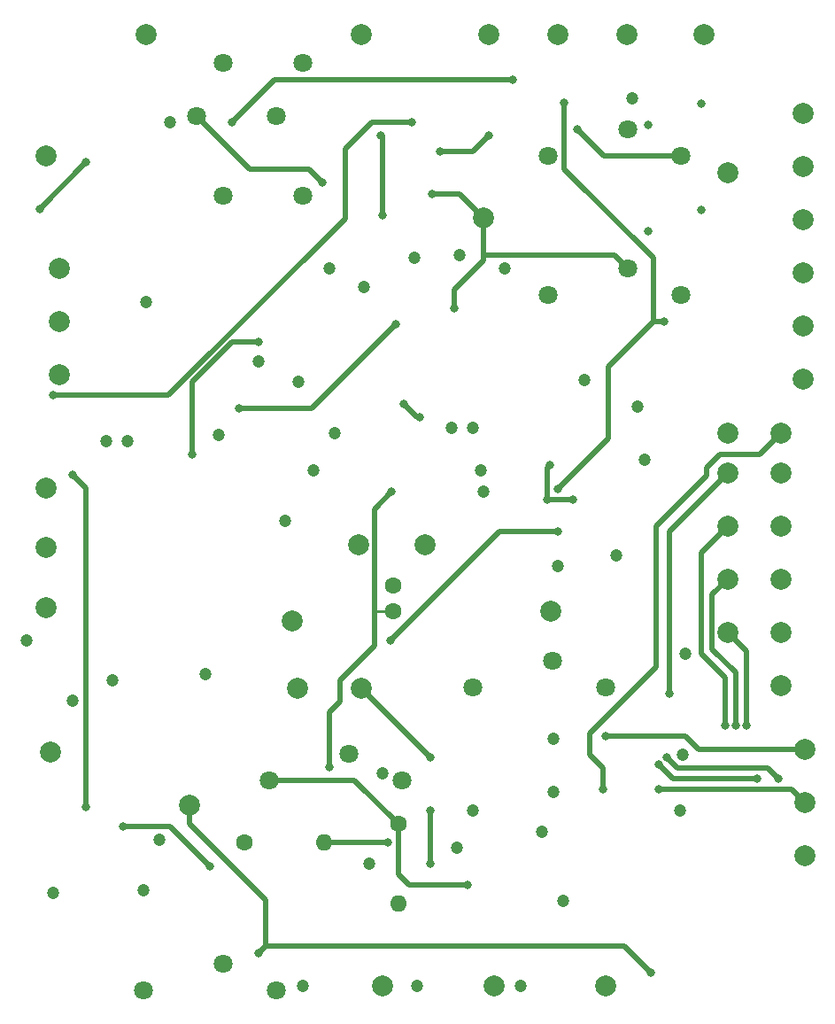
<source format=gbr>
%TF.GenerationSoftware,KiCad,Pcbnew,7.0.9-7.0.9~ubuntu23.04.1*%
%TF.CreationDate,2024-01-02T14:37:14+01:00*%
%TF.ProjectId,vco_1,76636f5f-312e-46b6-9963-61645f706362,rev?*%
%TF.SameCoordinates,Original*%
%TF.FileFunction,Copper,L4,Bot*%
%TF.FilePolarity,Positive*%
%FSLAX46Y46*%
G04 Gerber Fmt 4.6, Leading zero omitted, Abs format (unit mm)*
G04 Created by KiCad (PCBNEW 7.0.9-7.0.9~ubuntu23.04.1) date 2024-01-02 14:37:14*
%MOMM*%
%LPD*%
G01*
G04 APERTURE LIST*
%TA.AperFunction,ComponentPad*%
%ADD10C,2.000000*%
%TD*%
%TA.AperFunction,ComponentPad*%
%ADD11C,1.600000*%
%TD*%
%TA.AperFunction,ComponentPad*%
%ADD12O,1.600000X1.600000*%
%TD*%
%TA.AperFunction,ComponentPad*%
%ADD13C,1.800000*%
%TD*%
%TA.AperFunction,ViaPad*%
%ADD14C,1.200000*%
%TD*%
%TA.AperFunction,ViaPad*%
%ADD15C,0.800000*%
%TD*%
%TA.AperFunction,Conductor*%
%ADD16C,0.500000*%
%TD*%
%TA.AperFunction,Conductor*%
%ADD17C,0.250000*%
%TD*%
G04 APERTURE END LIST*
D10*
%TO.P,TP7,1,1*%
%TO.N,Net-(R31-Pad1)*%
X67564000Y-109347000D03*
%TD*%
%TO.P,SW2,1*%
%TO.N,Net-(U4B-+)*%
X107696000Y-84963000D03*
%TO.P,SW2,2*%
%TO.N,Net-(R18-Pad2)*%
X107696000Y-88773000D03*
%TO.P,SW2,3*%
%TO.N,Net-(R17-Pad2)*%
X107696000Y-93853000D03*
%TO.P,SW2,4*%
%TO.N,Net-(R16-Pad2)*%
X107696000Y-98933000D03*
%TO.P,SW2,5*%
%TO.N,Net-(R15-Pad2)*%
X107696000Y-104013000D03*
%TO.P,SW2,6*%
%TO.N,Net-(U4D-+)*%
X107696000Y-109093000D03*
%TO.P,SW2,7*%
%TO.N,GND*%
X102616000Y-84963000D03*
%TO.P,SW2,8*%
%TO.N,Net-(U4A-+)*%
X102616000Y-88773000D03*
%TO.P,SW2,9*%
%TO.N,Net-(R11-Pad2)*%
X102616000Y-93853000D03*
%TO.P,SW2,10*%
%TO.N,Net-(R10-Pad2)*%
X102616000Y-98933000D03*
%TO.P,SW2,11*%
%TO.N,Net-(R10-Pad1)*%
X102616000Y-104013000D03*
%TD*%
%TO.P,J10,1,Pin_1*%
%TO.N,Net-(J10-Pin_1)*%
X37465000Y-101600000D03*
%TD*%
D11*
%TO.P,TH1,1*%
%TO.N,/Core/summed_input*%
X71120000Y-122301000D03*
D12*
%TO.P,TH1,2*%
%TO.N,Net-(U5A--)*%
X71120000Y-129921000D03*
%TD*%
D10*
%TO.P,TP9,1,1*%
%TO.N,Net-(D3-A)*%
X86360000Y-46863000D03*
%TD*%
%TO.P,TP4,1,1*%
%TO.N,-10V*%
X51181000Y-120520000D03*
%TD*%
%TO.P,TP11,1,1*%
%TO.N,Net-(Q3-G)*%
X73660000Y-95631000D03*
%TD*%
%TO.P,J2,1,Pin_1*%
%TO.N,Net-(J1-Pin_1)*%
X109855000Y-79756000D03*
%TO.P,J2,2,Pin_2*%
%TO.N,GND*%
X109855000Y-74676000D03*
%TO.P,J2,3,Pin_3*%
%TO.N,Net-(J1-Pin_3)*%
X109855000Y-69596000D03*
%TD*%
%TO.P,J6,1,Pin_1*%
%TO.N,Net-(D3-A)*%
X79756000Y-46863000D03*
%TD*%
%TO.P,TP10,1,1*%
%TO.N,/Core/raw_saw*%
X67310000Y-95631000D03*
%TD*%
%TO.P,RV2,1,1*%
%TO.N,Net-(U4D--)*%
X109982000Y-125349000D03*
%TO.P,RV2,2,2*%
%TO.N,Net-(U4C-+)*%
X109982000Y-120269000D03*
%TO.P,RV2,3,3*%
%TO.N,Net-(U4A--)*%
X109982000Y-115189000D03*
%TD*%
%TO.P,J3,1,Pin_1*%
%TO.N,Net-(J3-Pin_1)*%
X90932000Y-137795000D03*
%TD*%
%TO.P,TP1,1,1*%
%TO.N,+12V*%
X102616000Y-60071000D03*
%TD*%
%TO.P,J4,1,Pin_1*%
%TO.N,Net-(J4-Pin_1)*%
X80264000Y-137795000D03*
%TD*%
%TO.P,J1,1,Pin_1*%
%TO.N,Net-(J1-Pin_1)*%
X109855000Y-64516000D03*
%TO.P,J1,2,Pin_2*%
%TO.N,GND*%
X109855000Y-59436000D03*
%TO.P,J1,3,Pin_3*%
%TO.N,Net-(J1-Pin_3)*%
X109855000Y-54356000D03*
%TD*%
%TO.P,TP6,1,1*%
%TO.N,Net-(D1-A)*%
X61468000Y-109347000D03*
%TD*%
%TO.P,J9,1,Pin_1*%
%TO.N,Net-(J9-Pin_1)*%
X37465000Y-90170000D03*
%TD*%
D11*
%TO.P,C13,1*%
%TO.N,Net-(Q3-S)*%
X70612000Y-101961000D03*
%TO.P,C13,2*%
%TO.N,/Core/raw_saw*%
X70612000Y-99461000D03*
%TD*%
D10*
%TO.P,TP3,1,1*%
%TO.N,-12V*%
X100330000Y-46863000D03*
%TD*%
%TO.P,J7,1,Pin_1*%
%TO.N,Net-(J7-Pin_1)*%
X46990000Y-46863000D03*
%TD*%
%TO.P,TP13,1,1*%
%TO.N,Net-(J9-Pin_1)*%
X37465000Y-95885000D03*
%TD*%
%TO.P,J5,1,Pin_1*%
%TO.N,Net-(J5-Pin_1)*%
X69596000Y-137795000D03*
%TD*%
%TO.P,TP5,1,1*%
%TO.N,+10V*%
X37846000Y-115440000D03*
%TD*%
D11*
%TO.P,R32,1*%
%TO.N,+10V*%
X56388000Y-124079000D03*
D12*
%TO.P,R32,2*%
%TO.N,Net-(U5B--)*%
X64008000Y-124079000D03*
%TD*%
D10*
%TO.P,TP14,1,1*%
%TO.N,GND*%
X60960000Y-102870000D03*
%TD*%
%TO.P,TP2,1,1*%
%TO.N,GND*%
X92964000Y-46863000D03*
%TD*%
%TO.P,TP8,1,1*%
%TO.N,Net-(D2-A)*%
X79248000Y-64389000D03*
%TD*%
%TO.P,J8,1,Pin_1*%
%TO.N,Net-(J8-Pin_1)*%
X37465000Y-58420000D03*
%TD*%
%TO.P,TP12,1,1*%
%TO.N,Net-(J7-Pin_1)*%
X67564000Y-46863000D03*
%TD*%
%TO.P,RV10,1,1*%
%TO.N,Net-(R50-Pad1)*%
X38735000Y-79375000D03*
%TO.P,RV10,2,2*%
%TO.N,Net-(R61-Pad2)*%
X38735000Y-74295000D03*
%TO.P,RV10,3,3*%
%TO.N,Net-(R51-Pad1)*%
X38735000Y-69215000D03*
%TD*%
%TO.P,J11,1,Pin_1*%
%TO.N,Net-(J11-Pin_1)*%
X85725000Y-101981000D03*
%TD*%
D13*
%TO.P,RV6,1,1*%
%TO.N,GND*%
X85471000Y-58420000D03*
%TO.P,RV6,2,2*%
%TO.N,Net-(C29-Pad1)*%
X93091000Y-55880000D03*
%TO.P,RV6,3,3*%
%TO.N,Net-(R37-Pad1)*%
X98171000Y-58420000D03*
%TD*%
%TO.P,RV7,1,1*%
%TO.N,Net-(R35-Pad2)*%
X85471000Y-71755000D03*
%TO.P,RV7,2,2*%
%TO.N,Net-(D2-A)*%
X93091000Y-69215000D03*
%TO.P,RV7,3,3*%
X98171000Y-71755000D03*
%TD*%
%TO.P,RV4,1,1*%
%TO.N,/Core/summed_input*%
X58801000Y-118110000D03*
%TO.P,RV4,2,2*%
%TO.N,Net-(D1-A)*%
X66421000Y-115570000D03*
%TO.P,RV4,3,3*%
%TO.N,Net-(R29-Pad1)*%
X71501000Y-118110000D03*
%TD*%
%TO.P,RV9,1,1*%
%TO.N,Net-(J7-Pin_1)*%
X61981000Y-62230000D03*
%TO.P,RV9,2,2*%
X59441000Y-54610000D03*
%TO.P,RV9,3,3*%
%TO.N,Net-(R47-Pad2)*%
X61981000Y-49530000D03*
%TD*%
%TO.P,RV3,1,1*%
%TO.N,Net-(R27-Pad1)*%
X46736000Y-138176000D03*
%TO.P,RV3,2,2*%
%TO.N,Net-(R28-Pad1)*%
X54356000Y-135636000D03*
%TO.P,RV3,3,3*%
%TO.N,Net-(R26-Pad2)*%
X59436000Y-138176000D03*
%TD*%
%TO.P,RV8,1,1*%
%TO.N,Net-(R48-Pad1)*%
X54356000Y-62230000D03*
%TO.P,RV8,2,2*%
%TO.N,Net-(U9A-+)*%
X51816000Y-54610000D03*
%TO.P,RV8,3,3*%
%TO.N,GND*%
X54356000Y-49530000D03*
%TD*%
%TO.P,RV5,1,1*%
%TO.N,Net-(R30-Pad2)*%
X78246000Y-109225000D03*
%TO.P,RV5,2,2*%
%TO.N,Net-(C11-Pad2)*%
X85866000Y-106685000D03*
%TO.P,RV5,3,3*%
X90946000Y-109225000D03*
%TD*%
D14*
%TO.N,+12V*%
X85979000Y-119191000D03*
D15*
X94996000Y-65659000D03*
D14*
X64516000Y-69215000D03*
X76200000Y-84455000D03*
X76708000Y-124587000D03*
X57785000Y-78105000D03*
X43815000Y-108585000D03*
X88900000Y-79883000D03*
%TO.N,GND*%
X98044000Y-121031000D03*
X91948000Y-96647000D03*
X84836000Y-123063000D03*
X68326000Y-126111000D03*
X78232000Y-84455000D03*
X93472000Y-52959000D03*
X61595000Y-80010000D03*
X65024000Y-84963000D03*
X94710000Y-87503000D03*
X72898000Y-137795000D03*
X85978500Y-114173000D03*
X49276000Y-55245000D03*
X35560000Y-104775000D03*
X52705000Y-107950000D03*
X78232000Y-121031000D03*
D15*
X100076000Y-63627000D03*
D14*
X82804000Y-137795000D03*
X81280000Y-69215000D03*
X53975000Y-85090000D03*
X46736000Y-128651000D03*
X38100000Y-128905000D03*
X60325000Y-93345000D03*
X93980000Y-82423000D03*
X43180000Y-85725000D03*
D15*
X100076000Y-53467000D03*
D14*
X67818000Y-70993000D03*
X61976000Y-137795000D03*
X79248000Y-90551000D03*
X72644000Y-68199000D03*
X98552000Y-106045000D03*
X69596000Y-117475000D03*
X40005000Y-110490000D03*
X86360000Y-97663000D03*
X46990000Y-72390000D03*
%TO.N,-12V*%
X48260000Y-123825000D03*
X78994000Y-88519000D03*
X98298000Y-115697000D03*
X45215000Y-85725000D03*
X76962000Y-67945000D03*
X86868000Y-129667000D03*
D15*
X94996000Y-55499000D03*
D14*
X62992000Y-88519000D03*
D15*
%TO.N,+10V*%
X70358000Y-104775000D03*
X86360000Y-94361000D03*
X86995000Y-53340000D03*
X86360000Y-90297000D03*
X96520000Y-74295000D03*
X55245000Y-55245000D03*
X36830000Y-63500000D03*
X41275000Y-59055000D03*
X82042000Y-51181000D03*
%TO.N,-10V*%
X41275000Y-120650000D03*
X38100000Y-81280000D03*
X57785000Y-134620000D03*
X72390000Y-55245000D03*
X40005000Y-88900000D03*
X95250000Y-136525000D03*
%TO.N,/Core/summed_input*%
X77724000Y-128143000D03*
%TO.N,Net-(U5B--)*%
X70104000Y-124079000D03*
%TO.N,Net-(U2-A)*%
X53086000Y-126365000D03*
X44831000Y-122555000D03*
%TO.N,Net-(D2-A)*%
X74376000Y-62103000D03*
X76454000Y-73025000D03*
%TO.N,Net-(D3-A)*%
X70866000Y-74549000D03*
X55880000Y-82550000D03*
X79756000Y-56515000D03*
X75100500Y-58039000D03*
%TO.N,Net-(J9-Pin_1)*%
X57785000Y-76200000D03*
X51435000Y-86995000D03*
%TO.N,Net-(R10-Pad1)*%
X104394000Y-112903000D03*
%TO.N,Net-(R10-Pad2)*%
X103378000Y-112903000D03*
%TO.N,Net-(R11-Pad2)*%
X102362000Y-112903000D03*
%TO.N,Net-(R31-Pad1)*%
X74168000Y-121031000D03*
X74168000Y-126111000D03*
X74168000Y-115951000D03*
%TO.N,Net-(R37-Pad1)*%
X88265000Y-55880000D03*
%TO.N,Net-(R49-Pad1)*%
X69502500Y-56515000D03*
X69596000Y-64135000D03*
%TO.N,Net-(U9A-+)*%
X63881000Y-60960000D03*
%TO.N,Net-(U7-STRB)*%
X73152000Y-83439000D03*
X71628000Y-82169000D03*
%TO.N,Net-(U4A-+)*%
X97028000Y-109855000D03*
%TO.N,Net-(Q3-S)*%
X70485000Y-90551000D03*
X64516000Y-116840000D03*
%TO.N,Net-(U4D-+)*%
X105410000Y-117983000D03*
X96012000Y-116629500D03*
%TO.N,Net-(U8--)*%
X85344000Y-91275500D03*
X87800500Y-91313000D03*
X85598000Y-88011000D03*
%TO.N,Net-(U4D--)*%
X96774000Y-115951000D03*
X107442000Y-117983000D03*
%TO.N,Net-(U4C-+)*%
X96012000Y-118999000D03*
%TO.N,Net-(U4A--)*%
X90932000Y-113919000D03*
%TO.N,Net-(U4B-+)*%
X90678000Y-118999000D03*
%TD*%
D16*
%TO.N,+10V*%
X95504000Y-68199000D02*
X86995000Y-59690000D01*
X86995000Y-59690000D02*
X86995000Y-53340000D01*
X82042000Y-51181000D02*
X59309000Y-51181000D01*
X95504000Y-74295000D02*
X95504000Y-68199000D01*
X41275000Y-59055000D02*
X36830000Y-63500000D01*
X95504000Y-74295000D02*
X96520000Y-74295000D01*
X80772000Y-94361000D02*
X86360000Y-94361000D01*
X70358000Y-104775000D02*
X80772000Y-94361000D01*
X91186000Y-78613000D02*
X95504000Y-74295000D01*
X91186000Y-85471000D02*
X91186000Y-78613000D01*
X59309000Y-51181000D02*
X55245000Y-55245000D01*
X86360000Y-90297000D02*
X91186000Y-85471000D01*
%TO.N,-10V*%
X49175051Y-81280000D02*
X66040000Y-64415051D01*
X58420000Y-133985000D02*
X58420000Y-129540000D01*
X66040000Y-64415051D02*
X66040000Y-57785000D01*
X51181000Y-122301000D02*
X51181000Y-120520000D01*
X58420000Y-133985000D02*
X92710000Y-133985000D01*
X68580000Y-55245000D02*
X72390000Y-55245000D01*
X40005000Y-88900000D02*
X41275000Y-90170000D01*
X58420000Y-129540000D02*
X51181000Y-122301000D01*
X66040000Y-57785000D02*
X68580000Y-55245000D01*
X41275000Y-90170000D02*
X41275000Y-120650000D01*
X92710000Y-133985000D02*
X95250000Y-136525000D01*
X57785000Y-134620000D02*
X58420000Y-133985000D01*
X38100000Y-81280000D02*
X49175051Y-81280000D01*
%TO.N,/Core/summed_input*%
X72136000Y-128143000D02*
X71120000Y-127127000D01*
X58801000Y-118110000D02*
X66929000Y-118110000D01*
X71120000Y-127127000D02*
X71120000Y-122301000D01*
X77724000Y-128143000D02*
X72136000Y-128143000D01*
X66929000Y-118110000D02*
X71120000Y-122301000D01*
%TO.N,Net-(U5B--)*%
X70104000Y-124079000D02*
X64008000Y-124079000D01*
%TO.N,Net-(U2-A)*%
X44831000Y-122555000D02*
X49276000Y-122555000D01*
X49276000Y-122555000D02*
X53086000Y-126365000D01*
%TO.N,Net-(D2-A)*%
X79248000Y-68453000D02*
X79248000Y-67945000D01*
X79248000Y-67945000D02*
X79248000Y-67437000D01*
X76962000Y-62103000D02*
X79248000Y-64389000D01*
X76454000Y-71247000D02*
X79248000Y-68453000D01*
X91821000Y-67945000D02*
X93091000Y-69215000D01*
X74376000Y-62103000D02*
X76962000Y-62103000D01*
X79248000Y-67437000D02*
X79248000Y-64389000D01*
X79248000Y-67945000D02*
X91821000Y-67945000D01*
X76454000Y-73025000D02*
X76454000Y-71247000D01*
%TO.N,Net-(D3-A)*%
X75184201Y-58122701D02*
X75100500Y-58039000D01*
X55880000Y-82550000D02*
X62865000Y-82550000D01*
X79756000Y-56515000D02*
X78232000Y-58039000D01*
X62865000Y-82550000D02*
X70866000Y-74549000D01*
X78232000Y-58039000D02*
X75100500Y-58039000D01*
%TO.N,Net-(J9-Pin_1)*%
X51435000Y-82550000D02*
X51435000Y-80010000D01*
X51435000Y-80010000D02*
X55245000Y-76200000D01*
X51435000Y-86995000D02*
X51435000Y-82550000D01*
X55245000Y-76200000D02*
X57785000Y-76200000D01*
%TO.N,Net-(R10-Pad1)*%
X104394000Y-105791000D02*
X102616000Y-104013000D01*
X104394000Y-112903000D02*
X104394000Y-105791000D01*
%TO.N,Net-(R10-Pad2)*%
X101166000Y-100383000D02*
X102616000Y-98933000D01*
X103378000Y-107823000D02*
X101166000Y-105611000D01*
X101166000Y-105611000D02*
X101166000Y-100383000D01*
X103378000Y-112903000D02*
X103378000Y-107823000D01*
%TO.N,Net-(R11-Pad2)*%
X100076000Y-96393000D02*
X102616000Y-93853000D01*
X102362000Y-112903000D02*
X102362000Y-108331000D01*
X100076000Y-106045000D02*
X100076000Y-96393000D01*
X102362000Y-108331000D02*
X100076000Y-106045000D01*
%TO.N,Net-(R31-Pad1)*%
X67564000Y-109347000D02*
X74168000Y-115951000D01*
X74168000Y-126111000D02*
X74168000Y-121031000D01*
%TO.N,Net-(R37-Pad1)*%
X90805000Y-58420000D02*
X98171000Y-58420000D01*
X88265000Y-55880000D02*
X90805000Y-58420000D01*
%TO.N,Net-(R49-Pad1)*%
X69596000Y-56608500D02*
X69502500Y-56515000D01*
X69596000Y-64135000D02*
X69596000Y-56608500D01*
%TO.N,Net-(U9A-+)*%
X62611000Y-59690000D02*
X56896000Y-59690000D01*
X63881000Y-60960000D02*
X62611000Y-59690000D01*
X56896000Y-59690000D02*
X51816000Y-54610000D01*
%TO.N,Net-(U7-STRB)*%
X72898000Y-83439000D02*
X71628000Y-82169000D01*
X73152000Y-83439000D02*
X72898000Y-83439000D01*
%TO.N,Net-(U4A-+)*%
X102616000Y-88773000D02*
X97028000Y-94361000D01*
X97028000Y-94361000D02*
X97028000Y-109855000D01*
%TO.N,Net-(Q3-S)*%
X68834000Y-105283000D02*
X68834000Y-101981000D01*
X68834000Y-101981000D02*
X68834000Y-92202000D01*
X65532000Y-108585000D02*
X68834000Y-105283000D01*
D17*
X70612000Y-101961000D02*
X68854000Y-101961000D01*
D16*
X64516000Y-111633000D02*
X65532000Y-110617000D01*
D17*
X68854000Y-101961000D02*
X68834000Y-101981000D01*
D16*
X64516000Y-116840000D02*
X64516000Y-111633000D01*
X68834000Y-92202000D02*
X70485000Y-90551000D01*
X65532000Y-110617000D02*
X65532000Y-108585000D01*
%TO.N,Net-(U4D-+)*%
X96012000Y-116629500D02*
X97365500Y-117983000D01*
X97365500Y-117983000D02*
X105410000Y-117983000D01*
%TO.N,Net-(U8--)*%
X85344000Y-88265000D02*
X85344000Y-91275500D01*
X85598000Y-88011000D02*
X85344000Y-88265000D01*
X85469500Y-91401000D02*
X85344000Y-91275500D01*
X87800500Y-91313000D02*
X87712500Y-91401000D01*
X85381500Y-91313000D02*
X85344000Y-91275500D01*
X87800500Y-91313000D02*
X85381500Y-91313000D01*
X85344000Y-91275500D02*
X85344000Y-91313000D01*
%TO.N,Net-(U4D--)*%
X106426000Y-116967000D02*
X107442000Y-117983000D01*
X97790000Y-116967000D02*
X106426000Y-116967000D01*
X96774000Y-115951000D02*
X97790000Y-116967000D01*
%TO.N,Net-(U4C-+)*%
X108712000Y-118999000D02*
X109982000Y-120269000D01*
X96012000Y-118999000D02*
X108712000Y-118999000D01*
%TO.N,Net-(U4A--)*%
X90932000Y-113919000D02*
X98552000Y-113919000D01*
X98552000Y-113919000D02*
X99822000Y-115189000D01*
X99822000Y-115189000D02*
X109982000Y-115189000D01*
%TO.N,Net-(U4B-+)*%
X95758000Y-93853000D02*
X100584000Y-89027000D01*
X90678000Y-116967000D02*
X89408000Y-115697000D01*
X101854000Y-86995000D02*
X105664000Y-86995000D01*
X89408000Y-113665000D02*
X95758000Y-107315000D01*
X95758000Y-107315000D02*
X95758000Y-93853000D01*
X89408000Y-115697000D02*
X89408000Y-113665000D01*
X90678000Y-118999000D02*
X90678000Y-116967000D01*
X105664000Y-86995000D02*
X107696000Y-84963000D01*
X100584000Y-88265000D02*
X101854000Y-86995000D01*
X100584000Y-89027000D02*
X100584000Y-88265000D01*
%TD*%
M02*

</source>
